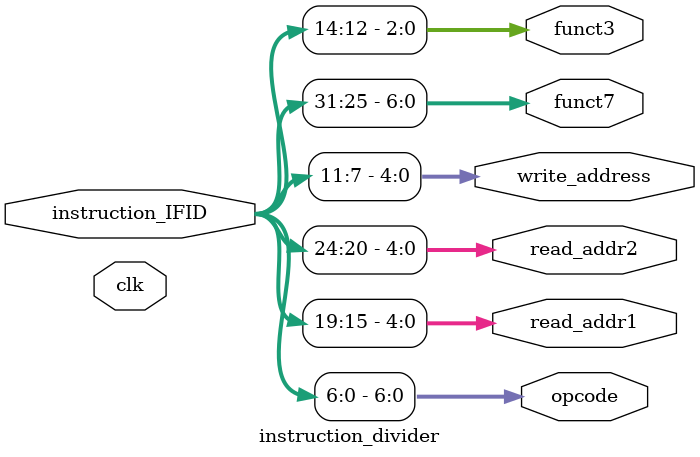
<source format=v>
`timescale 1ns / 1ps


module instruction_divider(
input clk,
input [31:0] instruction_IFID,
output reg [6:0] opcode,
output reg [4:0] read_addr1,
output reg [4:0] read_addr2,
output reg [4:0] write_address,
output reg [6:0] funct7,
output reg [2:0] funct3
);
always @(*)
begin
opcode <= instruction_IFID[6:0];
read_addr1 <= instruction_IFID[19:15];
read_addr2 <= instruction_IFID[24:20];
write_address <= instruction_IFID[11:7];
funct7 <= instruction_IFID[31:25];
funct3 <= instruction_IFID[14:12];
end
endmodule

</source>
